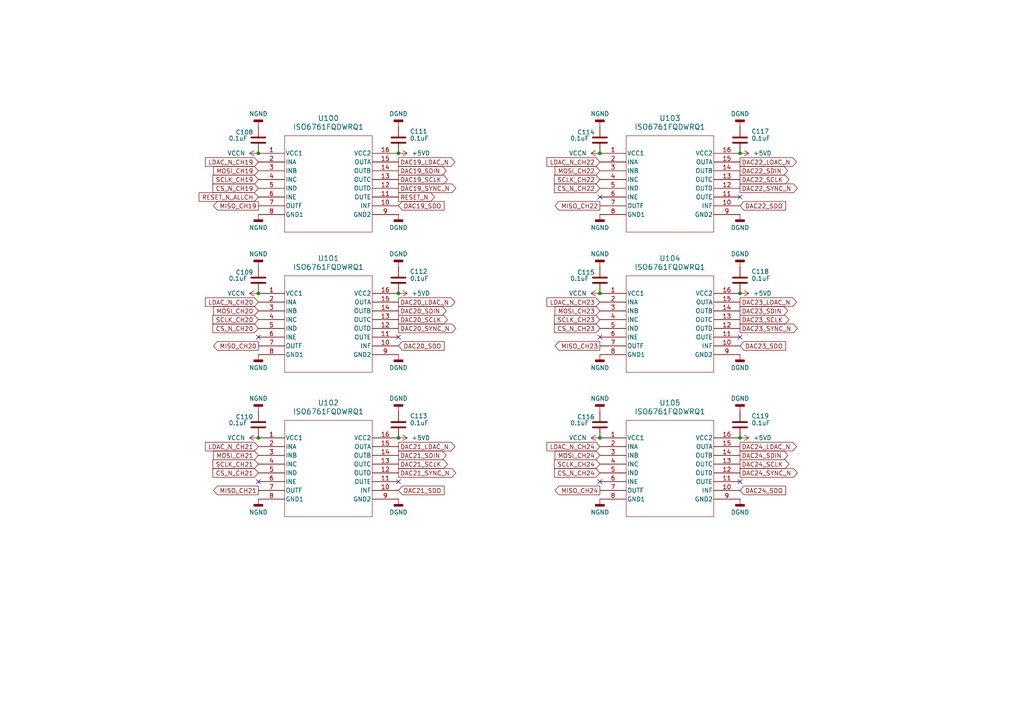
<source format=kicad_sch>
(kicad_sch (version 20250114) (generator "eeschema") (generator_version "9.0")
  (paper "A4")
  (lib_symbols
    (symbol "Device:C" (pin_numbers (hide yes)) (pin_names (offset 0.254))
      (property "Reference" "C" (at 0.635 2.54 0))
      (property "Value" "C" (at 0.635 -2.54 0))
      (symbol "C_0_1"
        (polyline (pts (xy -2.032 0.762) (xy 2.032 0.762)) (stroke (width 0.508)))
        (polyline (pts (xy -2.032 -0.762) (xy 2.032 -0.762)) (stroke (width 0.508)))
      )
      (symbol "C_1_1"
        (pin passive line (at 0 3.81 270) (length 2.794) (name "~") (number "1"))
        (pin passive line (at 0 -3.81 90) (length 2.794) (name "~") (number "2"))
      )
    )
    (symbol "ISO6761FQDWRQ1_2" (pin_names (offset 0.254))
      (property "Reference" "U83" (at 20.32 10.16 0))
      (property "Value" "ISO6761FQDWRQ1" (at 20.32 7.62 0))
      (symbol "ISO6761FQDWRQ1_2_0_1"
        (polyline (pts (xy 7.62 5.08) (xy 7.62 -22.86)) (stroke (width 0.127)))
        (polyline (pts (xy 7.62 -22.86) (xy 33.02 -22.86)) (stroke (width 0.127)))
        (polyline (pts (xy 33.02 5.08) (xy 7.62 5.08)) (stroke (width 0.127)))
        (polyline (pts (xy 33.02 -22.86) (xy 33.02 5.08)) (stroke (width 0.127)))
        (pin power_in line (at 0 0 0) (length 7.62) (name "VCC1") (number "1"))
        (pin input line (at 0 -2.54 0) (length 7.62) (name "INA") (number "2"))
        (pin input line (at 0 -5.08 0) (length 7.62) (name "INB") (number "3"))
        (pin input line (at 0 -7.62 0) (length 7.62) (name "INC") (number "4"))
        (pin input line (at 0 -10.16 0) (length 7.62) (name "IND") (number "5"))
        (pin output line (at 0 -15.24 0) (length 7.62) (name "OUTF") (number "7"))
        (pin passive line (at 0 -17.78 0) (length 7.62) (name "GND1") (number "8"))
        (pin power_in line (at 40.64 0 180) (length 7.62) (name "VCC2") (number "16"))
        (pin output line (at 40.64 -2.54 180) (length 7.62) (name "OUTA") (number "15"))
        (pin output line (at 40.64 -5.08 180) (length 7.62) (name "OUTB") (number "14"))
        (pin output line (at 40.64 -7.62 180) (length 7.62) (name "OUTC") (number "13"))
        (pin output line (at 40.64 -10.16 180) (length 7.62) (name "OUTD") (number "12"))
        (pin input line (at 40.64 -15.24 180) (length 7.62) (name "INF") (number "10"))
        (pin passive line (at 40.64 -17.78 180) (length 7.62) (name "GND2") (number "9"))
      )
      (symbol "ISO6761FQDWRQ1_2_1_1"
        (pin input line (at 0 -12.7 0) (length 7.62) (name "INE") (number "6"))
        (pin output line (at 40.64 -12.7 180) (length 7.62) (name "OUTE") (number "11"))
      )
    )
    (symbol "power:+3V3" (power) (pin_numbers (hide yes)) (pin_names (offset 0) (hide yes))
      (property "Value" "+3V3" (at 0 3.556 0))
      (symbol "+3V3_0_1"
        (polyline (pts (xy -0.762 1.27) (xy 0 2.54)))
        (polyline (pts (xy 0 2.54) (xy 0.762 1.27)))
        (polyline (pts (xy 0 0) (xy 0 2.54)))
      )
      (symbol "+3V3_1_1"
        (pin power_in line (at 0 0 90) (length 0) (name "~") (number "1"))
      )
    )
    (symbol "power:GNDD" (power) (pin_numbers (hide yes)) (pin_names (offset 0) (hide yes))
      (property "Value" "GNDD" (at 0 -3.175 0))
      (symbol "GNDD_0_1"
        (rectangle (start -1.27 -1.524) (end 1.27 -2.032) (stroke (width 0.254)) (fill (type outline)))
        (polyline (pts (xy 0 0) (xy 0 -1.524)))
      )
      (symbol "GNDD_1_1"
        (pin power_in line (at 0 0 270) (length 0) (name "~") (number "1"))
      )
    )
  )
  (junction (at 115.57 85.09))
  (junction (at 74.93 127))
  (junction (at 74.93 44.45))
  (junction (at 115.57 127))
  (junction (at 173.99 127))
  (junction (at 214.63 127))
  (junction (at 74.93 85.09))
  (junction (at 214.63 85.09))
  (junction (at 214.63 44.45))
  (junction (at 115.57 44.45))
  (junction (at 173.99 85.09))
  (junction (at 173.99 44.45))
  (no_connect (at 214.63 97.79))
  (no_connect (at 115.57 139.7))
  (no_connect (at 214.63 57.15))
  (no_connect (at 173.99 139.7))
  (no_connect (at 173.99 97.79))
  (no_connect (at 214.63 139.7))
  (no_connect (at 173.99 57.15))
  (no_connect (at 115.57 97.79))
  (no_connect (at 74.93 139.7))
  (no_connect (at 74.93 97.79))
  (global_label "DAC19_SDIN" (shape output) (at 115.57 49.53 0) (property "Intersheetrefs" "${INTERSHEET_REFS}" (effects (hide yes))))
  (global_label "MISO_CH19" (shape output) (at 74.93 59.69 180) (property "Intersheetrefs" "${INTERSHEET_REFS}" (effects (hide yes))))
  (global_label "DAC24_SDIN" (shape output) (at 214.63 132.08 0) (property "Intersheetrefs" "${INTERSHEET_REFS}" (effects (hide yes))))
  (global_label "DAC22_SCLK" (shape output) (at 214.63 52.07 0) (property "Intersheetrefs" "${INTERSHEET_REFS}" (effects (hide yes))))
  (global_label "CS_N_CH22" (shape input) (at 173.99 54.61 180) (property "Intersheetrefs" "${INTERSHEET_REFS}" (effects (hide yes))))
  (global_label "DAC20_SYNC_N" (shape output) (at 115.57 95.25 0) (property "Intersheetrefs" "${INTERSHEET_REFS}" (effects (hide yes))))
  (global_label "DAC24_SDO" (shape input) (at 214.63 142.24 0) (property "Intersheetrefs" "${INTERSHEET_REFS}" (effects (hide yes))))
  (global_label "MOSI_CH24" (shape input) (at 173.99 132.08 180) (property "Intersheetrefs" "${INTERSHEET_REFS}" (effects (hide yes))))
  (global_label "DAC22_LDAC_N" (shape output) (at 214.63 46.99 0) (property "Intersheetrefs" "${INTERSHEET_REFS}" (effects (hide yes))))
  (global_label "MOSI_CH23" (shape input) (at 173.99 90.17 180) (property "Intersheetrefs" "${INTERSHEET_REFS}" (effects (hide yes))))
  (global_label "DAC22_SYNC_N" (shape output) (at 214.63 54.61 0) (property "Intersheetrefs" "${INTERSHEET_REFS}" (effects (hide yes))))
  (global_label "CS_N_CH21" (shape input) (at 74.93 137.16 180) (property "Intersheetrefs" "${INTERSHEET_REFS}" (effects (hide yes))))
  (global_label "LDAC_N_CH22" (shape input) (at 173.99 46.99 180) (property "Intersheetrefs" "${INTERSHEET_REFS}" (effects (hide yes))))
  (global_label "LDAC_N_CH23" (shape input) (at 173.99 87.63 180) (property "Intersheetrefs" "${INTERSHEET_REFS}" (effects (hide yes))))
  (global_label "DAC19_SCLK" (shape output) (at 115.57 52.07 0) (property "Intersheetrefs" "${INTERSHEET_REFS}" (effects (hide yes))))
  (global_label "MOSI_CH20" (shape input) (at 74.93 90.17 180) (property "Intersheetrefs" "${INTERSHEET_REFS}" (effects (hide yes))))
  (global_label "DAC19_SDO" (shape input) (at 115.57 59.69 0) (property "Intersheetrefs" "${INTERSHEET_REFS}" (effects (hide yes))))
  (global_label "DAC21_SDO" (shape input) (at 115.57 142.24 0) (property "Intersheetrefs" "${INTERSHEET_REFS}" (effects (hide yes))))
  (global_label "DAC21_SCLK" (shape output) (at 115.57 134.62 0) (property "Intersheetrefs" "${INTERSHEET_REFS}" (effects (hide yes))))
  (global_label "DAC23_SCLK" (shape output) (at 214.63 92.71 0) (property "Intersheetrefs" "${INTERSHEET_REFS}" (effects (hide yes))))
  (global_label "CS_N_CH24" (shape input) (at 173.99 137.16 180) (property "Intersheetrefs" "${INTERSHEET_REFS}" (effects (hide yes))))
  (global_label "RESET_N" (shape output) (at 115.57 57.15 0) (property "Intersheetrefs" "${INTERSHEET_REFS}" (effects (hide yes))))
  (global_label "RESET_N_ALLCH" (shape input) (at 74.93 57.15 180) (property "Intersheetrefs" "${INTERSHEET_REFS}" (effects (hide yes))))
  (global_label "DAC20_SDIN" (shape output) (at 115.57 90.17 0) (property "Intersheetrefs" "${INTERSHEET_REFS}" (effects (hide yes))))
  (global_label "DAC24_SYNC_N" (shape output) (at 214.63 137.16 0) (property "Intersheetrefs" "${INTERSHEET_REFS}" (effects (hide yes))))
  (global_label "MOSI_CH22" (shape input) (at 173.99 49.53 180) (property "Intersheetrefs" "${INTERSHEET_REFS}" (effects (hide yes))))
  (global_label "DAC23_SDO" (shape input) (at 214.63 100.33 0) (property "Intersheetrefs" "${INTERSHEET_REFS}" (effects (hide yes))))
  (global_label "MISO_CH23" (shape output) (at 173.99 100.33 180) (property "Intersheetrefs" "${INTERSHEET_REFS}" (effects (hide yes))))
  (global_label "MISO_CH21" (shape output) (at 74.93 142.24 180) (property "Intersheetrefs" "${INTERSHEET_REFS}" (effects (hide yes))))
  (global_label "SCLK_CH20" (shape input) (at 74.93 92.71 180) (property "Intersheetrefs" "${INTERSHEET_REFS}" (effects (hide yes))))
  (global_label "DAC22_SDO" (shape input) (at 214.63 59.69 0) (property "Intersheetrefs" "${INTERSHEET_REFS}" (effects (hide yes))))
  (global_label "DAC20_SCLK" (shape output) (at 115.57 92.71 0) (property "Intersheetrefs" "${INTERSHEET_REFS}" (effects (hide yes))))
  (global_label "DAC23_SYNC_N" (shape output) (at 214.63 95.25 0) (property "Intersheetrefs" "${INTERSHEET_REFS}" (effects (hide yes))))
  (global_label "DAC22_SDIN" (shape output) (at 214.63 49.53 0) (property "Intersheetrefs" "${INTERSHEET_REFS}" (effects (hide yes))))
  (global_label "MISO_CH20" (shape output) (at 74.93 100.33 180) (property "Intersheetrefs" "${INTERSHEET_REFS}" (effects (hide yes))))
  (global_label "DAC21_SDIN" (shape output) (at 115.57 132.08 0) (property "Intersheetrefs" "${INTERSHEET_REFS}" (effects (hide yes))))
  (global_label "MISO_CH24" (shape output) (at 173.99 142.24 180) (property "Intersheetrefs" "${INTERSHEET_REFS}" (effects (hide yes))))
  (global_label "LDAC_N_CH19" (shape input) (at 74.93 46.99 180) (property "Intersheetrefs" "${INTERSHEET_REFS}" (effects (hide yes))))
  (global_label "SCLK_CH19" (shape input) (at 74.93 52.07 180) (property "Intersheetrefs" "${INTERSHEET_REFS}" (effects (hide yes))))
  (global_label "DAC19_LDAC_N" (shape output) (at 115.57 46.99 0) (property "Intersheetrefs" "${INTERSHEET_REFS}" (effects (hide yes))))
  (global_label "CS_N_CH19" (shape input) (at 74.93 54.61 180) (property "Intersheetrefs" "${INTERSHEET_REFS}" (effects (hide yes))))
  (global_label "LDAC_N_CH20" (shape input) (at 74.93 87.63 180) (property "Intersheetrefs" "${INTERSHEET_REFS}" (effects (hide yes))))
  (global_label "MOSI_CH19" (shape input) (at 74.93 49.53 180) (property "Intersheetrefs" "${INTERSHEET_REFS}" (effects (hide yes))))
  (global_label "CS_N_CH23" (shape input) (at 173.99 95.25 180) (property "Intersheetrefs" "${INTERSHEET_REFS}" (effects (hide yes))))
  (global_label "DAC21_LDAC_N" (shape output) (at 115.57 129.54 0) (property "Intersheetrefs" "${INTERSHEET_REFS}" (effects (hide yes))))
  (global_label "DAC20_SDO" (shape input) (at 115.57 100.33 0) (property "Intersheetrefs" "${INTERSHEET_REFS}" (effects (hide yes))))
  (global_label "CS_N_CH20" (shape input) (at 74.93 95.25 180) (property "Intersheetrefs" "${INTERSHEET_REFS}" (effects (hide yes))))
  (global_label "DAC20_LDAC_N" (shape output) (at 115.57 87.63 0) (property "Intersheetrefs" "${INTERSHEET_REFS}" (effects (hide yes))))
  (global_label "MOSI_CH21" (shape input) (at 74.93 132.08 180) (property "Intersheetrefs" "${INTERSHEET_REFS}" (effects (hide yes))))
  (global_label "SCLK_CH24" (shape input) (at 173.99 134.62 180) (property "Intersheetrefs" "${INTERSHEET_REFS}" (effects (hide yes))))
  (global_label "LDAC_N_CH24" (shape input) (at 173.99 129.54 180) (property "Intersheetrefs" "${INTERSHEET_REFS}" (effects (hide yes))))
  (global_label "SCLK_CH23" (shape input) (at 173.99 92.71 180) (property "Intersheetrefs" "${INTERSHEET_REFS}" (effects (hide yes))))
  (global_label "MISO_CH22" (shape output) (at 173.99 59.69 180) (property "Intersheetrefs" "${INTERSHEET_REFS}" (effects (hide yes))))
  (global_label "DAC23_LDAC_N" (shape output) (at 214.63 87.63 0) (property "Intersheetrefs" "${INTERSHEET_REFS}" (effects (hide yes))))
  (global_label "DAC24_LDAC_N" (shape output) (at 214.63 129.54 0) (property "Intersheetrefs" "${INTERSHEET_REFS}" (effects (hide yes))))
  (global_label "DAC21_SYNC_N" (shape output) (at 115.57 137.16 0) (property "Intersheetrefs" "${INTERSHEET_REFS}" (effects (hide yes))))
  (global_label "DAC24_SCLK" (shape output) (at 214.63 134.62 0) (property "Intersheetrefs" "${INTERSHEET_REFS}" (effects (hide yes))))
  (global_label "DAC19_SYNC_N" (shape output) (at 115.57 54.61 0) (property "Intersheetrefs" "${INTERSHEET_REFS}" (effects (hide yes))))
  (global_label "SCLK_CH21" (shape input) (at 74.93 134.62 180) (property "Intersheetrefs" "${INTERSHEET_REFS}" (effects (hide yes))))
  (global_label "SCLK_CH22" (shape input) (at 173.99 52.07 180) (property "Intersheetrefs" "${INTERSHEET_REFS}" (effects (hide yes))))
  (global_label "DAC23_SDIN" (shape output) (at 214.63 90.17 0) (property "Intersheetrefs" "${INTERSHEET_REFS}" (effects (hide yes))))
  (global_label "LDAC_N_CH21" (shape input) (at 74.93 129.54 180) (property "Intersheetrefs" "${INTERSHEET_REFS}" (effects (hide yes))))
  (symbol (lib_id "Device:C") (at 74.93 123.19 0) (unit 1)
    (property "Reference" "C110" (at 68.326 120.904 0) (effects (justify left)))
    (property "Value" "0.1uF" (at 66.294 122.682 0) (effects (justify left)))
    (property "Footprint" "Capacitor_SMD:C_0402_1005Metric_Pad0.74x0.62mm_HandSolder" (effects (hide yes)))
    (property "Description" "Unpolarized capacitor" (effects (hide yes)))
  )
  (symbol (lib_id "power:GNDD") (at 74.93 102.87 0) (unit 1)
    (property "Reference" "#PWR0411" (effects (hide yes)))
    (property "Value" "NGND" (at 74.93 106.68 0))
    (property "Description" "Power symbol creates a global label with name \"GNDD\" , digital ground" (effects (hide yes)))
  )
  (symbol (lib_id "Device:C") (at 115.57 123.19 0) (unit 1)
    (property "Reference" "C113" (at 118.872 120.65 0) (effects (justify left)))
    (property "Value" "0.1uF" (at 118.872 122.682 0) (effects (justify left)))
    (property "Footprint" "Capacitor_SMD:C_0402_1005Metric_Pad0.74x0.62mm_HandSolder" (effects (hide yes)))
    (property "Description" "Unpolarized capacitor" (effects (hide yes)))
  )
  (symbol (lib_id "power:GNDD") (at 173.99 62.23 0) (unit 1)
    (property "Reference" "#PWR0426" (effects (hide yes)))
    (property "Value" "NGND" (at 173.99 66.04 0))
    (property "Description" "Power symbol creates a global label with name \"GNDD\" , digital ground" (effects (hide yes)))
  )
  (symbol (lib_id "power:+3V3") (at 115.57 85.09 270) (unit 1)
    (property "Reference" "#PWR0419" (effects (hide yes)))
    (property "Value" "+5VD" (at 119.38 85.0901 90) (effects (justify left)))
    (property "Description" "Power symbol creates a global label with name \"+3V3\"" (effects (hide yes)))
  )
  (symbol (lib_id "Device:C") (at 115.57 81.28 0) (unit 1)
    (property "Reference" "C112" (at 118.872 78.74 0) (effects (justify left)))
    (property "Value" "0.1uF" (at 118.872 80.772 0) (effects (justify left)))
    (property "Footprint" "Capacitor_SMD:C_0402_1005Metric_Pad0.74x0.62mm_HandSolder" (effects (hide yes)))
    (property "Description" "Unpolarized capacitor" (effects (hide yes)))
  )
  (symbol (lib_name "ISO6761FQDWRQ1_2") (lib_id "2025-11-20_00-47-15:ISO6761FQDWRQ1") (at 74.93 44.45 0) (unit 1)
    (property "Reference" "U100" (at 95.25 34.29 0) (effects (font (size 1.524 1.524))))
    (property "Value" "ISO6761FQDWRQ1" (at 95.25 36.83 0) (effects (font (size 1.524 1.524))))
    (property "Footprint" "Package_SO:SOIC-16W_7.5x10.3mm_P1.27mm" (effects (hide yes)))
    (property "Datasheet" "https://www.ti.com/lit/gpn/iso6761-q1" (effects (hide yes)))
  )
  (symbol (lib_id "power:GNDD") (at 214.63 119.38 0) (mirror x) (unit 1)
    (property "Reference" "#PWR0439" (effects (hide yes)))
    (property "Value" "DGND" (at 214.63 115.57 0))
    (property "Description" "Power symbol creates a global label with name \"GNDD\" , digital ground" (effects (hide yes)))
  )
  (symbol (lib_id "Device:C") (at 115.57 40.64 0) (unit 1)
    (property "Reference" "C111" (at 118.872 38.1 0) (effects (justify left)))
    (property "Value" "0.1uF" (at 118.872 40.132 0) (effects (justify left)))
    (property "Footprint" "Capacitor_SMD:C_0402_1005Metric_Pad0.74x0.62mm_HandSolder" (effects (hide yes)))
    (property "Description" "Unpolarized capacitor" (effects (hide yes)))
  )
  (symbol (lib_name "ISO6761FQDWRQ1_2") (lib_id "2025-11-20_00-47-15:ISO6761FQDWRQ1") (at 173.99 44.45 0) (unit 1)
    (property "Reference" "U103" (at 194.31 34.29 0) (effects (font (size 1.524 1.524))))
    (property "Value" "ISO6761FQDWRQ1" (at 194.31 36.83 0) (effects (font (size 1.524 1.524))))
    (property "Footprint" "Package_SO:SOIC-16W_7.5x10.3mm_P1.27mm" (effects (hide yes)))
    (property "Datasheet" "https://www.ti.com/lit/gpn/iso6761-q1" (effects (hide yes)))
  )
  (symbol (lib_id "Device:C") (at 74.93 40.64 0) (unit 1)
    (property "Reference" "C108" (at 68.326 38.354 0) (effects (justify left)))
    (property "Value" "0.1uF" (at 66.294 40.132 0) (effects (justify left)))
    (property "Footprint" "Capacitor_SMD:C_0402_1005Metric_Pad0.74x0.62mm_HandSolder" (effects (hide yes)))
    (property "Description" "Unpolarized capacitor" (effects (hide yes)))
  )
  (symbol (lib_id "power:GNDD") (at 173.99 102.87 0) (unit 1)
    (property "Reference" "#PWR0429" (effects (hide yes)))
    (property "Value" "NGND" (at 173.99 106.68 0))
    (property "Description" "Power symbol creates a global label with name \"GNDD\" , digital ground" (effects (hide yes)))
  )
  (symbol (lib_id "Device:C") (at 214.63 123.19 0) (unit 1)
    (property "Reference" "C119" (at 217.932 120.65 0) (effects (justify left)))
    (property "Value" "0.1uF" (at 217.932 122.682 0) (effects (justify left)))
    (property "Footprint" "Capacitor_SMD:C_0402_1005Metric_Pad0.74x0.62mm_HandSolder" (effects (hide yes)))
    (property "Description" "Unpolarized capacitor" (effects (hide yes)))
  )
  (symbol (lib_name "ISO6761FQDWRQ1_2") (lib_id "2025-11-20_00-47-15:ISO6761FQDWRQ1") (at 173.99 127 0) (unit 1)
    (property "Reference" "U105" (at 194.31 116.84 0) (effects (font (size 1.524 1.524))))
    (property "Value" "ISO6761FQDWRQ1" (at 194.31 119.38 0) (effects (font (size 1.524 1.524))))
    (property "Footprint" "Package_SO:SOIC-16W_7.5x10.3mm_P1.27mm" (effects (hide yes)))
    (property "Datasheet" "https://www.ti.com/lit/gpn/iso6761-q1" (effects (hide yes)))
  )
  (symbol (lib_id "power:GNDD") (at 74.93 144.78 0) (unit 1)
    (property "Reference" "#PWR0414" (effects (hide yes)))
    (property "Value" "NGND" (at 74.93 148.59 0))
    (property "Description" "Power symbol creates a global label with name \"GNDD\" , digital ground" (effects (hide yes)))
  )
  (symbol (lib_id "power:GNDD") (at 115.57 144.78 0) (unit 1)
    (property "Reference" "#PWR0423" (effects (hide yes)))
    (property "Value" "DGND" (at 115.57 148.59 0))
    (property "Description" "Power symbol creates a global label with name \"GNDD\" , digital ground" (effects (hide yes)))
  )
  (symbol (lib_id "power:GNDD") (at 74.93 119.38 0) (mirror x) (unit 1)
    (property "Reference" "#PWR0412" (effects (hide yes)))
    (property "Value" "NGND" (at 74.93 115.57 0))
    (property "Description" "Power symbol creates a global label with name \"GNDD\" , digital ground" (effects (hide yes)))
  )
  (symbol (lib_id "power:+3V3") (at 173.99 127 90) (unit 1)
    (property "Reference" "#PWR0431" (effects (hide yes)))
    (property "Value" "VCCN" (at 170.18 126.9999 90) (effects (justify left)))
    (property "Description" "Power symbol creates a global label with name \"+3V3\"" (effects (hide yes)))
  )
  (symbol (lib_id "power:GNDD") (at 74.93 62.23 0) (unit 1)
    (property "Reference" "#PWR0408" (effects (hide yes)))
    (property "Value" "NGND" (at 74.93 66.04 0))
    (property "Description" "Power symbol creates a global label with name \"GNDD\" , digital ground" (effects (hide yes)))
  )
  (symbol (lib_id "power:GNDD") (at 115.57 77.47 0) (mirror x) (unit 1)
    (property "Reference" "#PWR0418" (effects (hide yes)))
    (property "Value" "DGND" (at 115.57 73.66 0))
    (property "Description" "Power symbol creates a global label with name \"GNDD\" , digital ground" (effects (hide yes)))
  )
  (symbol (lib_id "power:+3V3") (at 115.57 127 270) (unit 1)
    (property "Reference" "#PWR0422" (effects (hide yes)))
    (property "Value" "+5VD" (at 119.38 127.0001 90) (effects (justify left)))
    (property "Description" "Power symbol creates a global label with name \"+3V3\"" (effects (hide yes)))
  )
  (symbol (lib_id "power:GNDD") (at 214.63 77.47 0) (mirror x) (unit 1)
    (property "Reference" "#PWR0436" (effects (hide yes)))
    (property "Value" "DGND" (at 214.63 73.66 0))
    (property "Description" "Power symbol creates a global label with name \"GNDD\" , digital ground" (effects (hide yes)))
  )
  (symbol (lib_id "power:GNDD") (at 214.63 36.83 0) (mirror x) (unit 1)
    (property "Reference" "#PWR0433" (effects (hide yes)))
    (property "Value" "DGND" (at 214.63 33.02 0))
    (property "Description" "Power symbol creates a global label with name \"GNDD\" , digital ground" (effects (hide yes)))
  )
  (symbol (lib_id "power:GNDD") (at 173.99 144.78 0) (unit 1)
    (property "Reference" "#PWR0432" (effects (hide yes)))
    (property "Value" "NGND" (at 173.99 148.59 0))
    (property "Description" "Power symbol creates a global label with name \"GNDD\" , digital ground" (effects (hide yes)))
  )
  (symbol (lib_id "power:GNDD") (at 115.57 36.83 0) (mirror x) (unit 1)
    (property "Reference" "#PWR0415" (effects (hide yes)))
    (property "Value" "DGND" (at 115.57 33.02 0))
    (property "Description" "Power symbol creates a global label with name \"GNDD\" , digital ground" (effects (hide yes)))
  )
  (symbol (lib_id "power:+3V3") (at 74.93 44.45 90) (unit 1)
    (property "Reference" "#PWR0407" (effects (hide yes)))
    (property "Value" "VCCN" (at 71.12 44.4499 90) (effects (justify left)))
    (property "Description" "Power symbol creates a global label with name \"+3V3\"" (effects (hide yes)))
  )
  (symbol (lib_id "power:GNDD") (at 173.99 36.83 0) (mirror x) (unit 1)
    (property "Reference" "#PWR0424" (effects (hide yes)))
    (property "Value" "NGND" (at 173.99 33.02 0))
    (property "Description" "Power symbol creates a global label with name \"GNDD\" , digital ground" (effects (hide yes)))
  )
  (symbol (lib_id "power:GNDD") (at 115.57 62.23 0) (unit 1)
    (property "Reference" "#PWR0417" (effects (hide yes)))
    (property "Value" "DGND" (at 115.57 66.04 0))
    (property "Description" "Power symbol creates a global label with name \"GNDD\" , digital ground" (effects (hide yes)))
  )
  (symbol (lib_id "Device:C") (at 214.63 40.64 0) (unit 1)
    (property "Reference" "C117" (at 217.932 38.1 0) (effects (justify left)))
    (property "Value" "0.1uF" (at 217.932 40.132 0) (effects (justify left)))
    (property "Footprint" "Capacitor_SMD:C_0402_1005Metric_Pad0.74x0.62mm_HandSolder" (effects (hide yes)))
    (property "Description" "Unpolarized capacitor" (effects (hide yes)))
  )
  (symbol (lib_id "power:GNDD") (at 173.99 119.38 0) (mirror x) (unit 1)
    (property "Reference" "#PWR0430" (effects (hide yes)))
    (property "Value" "NGND" (at 173.99 115.57 0))
    (property "Description" "Power symbol creates a global label with name \"GNDD\" , digital ground" (effects (hide yes)))
  )
  (symbol (lib_id "power:+3V3") (at 214.63 44.45 270) (unit 1)
    (property "Reference" "#PWR0434" (effects (hide yes)))
    (property "Value" "+5VD" (at 218.44 44.4501 90) (effects (justify left)))
    (property "Description" "Power symbol creates a global label with name \"+3V3\"" (effects (hide yes)))
  )
  (symbol (lib_id "Device:C") (at 214.63 81.28 0) (unit 1)
    (property "Reference" "C118" (at 217.932 78.74 0) (effects (justify left)))
    (property "Value" "0.1uF" (at 217.932 80.772 0) (effects (justify left)))
    (property "Footprint" "Capacitor_SMD:C_0402_1005Metric_Pad0.74x0.62mm_HandSolder" (effects (hide yes)))
    (property "Description" "Unpolarized capacitor" (effects (hide yes)))
  )
  (symbol (lib_id "power:+3V3") (at 173.99 44.45 90) (unit 1)
    (property "Reference" "#PWR0425" (effects (hide yes)))
    (property "Value" "VCCN" (at 170.18 44.4499 90) (effects (justify left)))
    (property "Description" "Power symbol creates a global label with name \"+3V3\"" (effects (hide yes)))
  )
  (symbol (lib_id "power:+3V3") (at 214.63 85.09 270) (unit 1)
    (property "Reference" "#PWR0437" (effects (hide yes)))
    (property "Value" "+5VD" (at 218.44 85.0901 90) (effects (justify left)))
    (property "Description" "Power symbol creates a global label with name \"+3V3\"" (effects (hide yes)))
  )
  (symbol (lib_id "power:GNDD") (at 115.57 102.87 0) (unit 1)
    (property "Reference" "#PWR0420" (effects (hide yes)))
    (property "Value" "DGND" (at 115.57 106.68 0))
    (property "Description" "Power symbol creates a global label with name \"GNDD\" , digital ground" (effects (hide yes)))
  )
  (symbol (lib_id "Device:C") (at 74.93 81.28 0) (unit 1)
    (property "Reference" "C109" (at 68.326 78.994 0) (effects (justify left)))
    (property "Value" "0.1uF" (at 66.294 80.772 0) (effects (justify left)))
    (property "Footprint" "Capacitor_SMD:C_0402_1005Metric_Pad0.74x0.62mm_HandSolder" (effects (hide yes)))
    (property "Description" "Unpolarized capacitor" (effects (hide yes)))
  )
  (symbol (lib_id "Device:C") (at 173.99 123.19 0) (unit 1)
    (property "Reference" "C116" (at 167.386 120.904 0) (effects (justify left)))
    (property "Value" "0.1uF" (at 165.354 122.682 0) (effects (justify left)))
    (property "Footprint" "Capacitor_SMD:C_0402_1005Metric_Pad0.74x0.62mm_HandSolder" (effects (hide yes)))
    (property "Description" "Unpolarized capacitor" (effects (hide yes)))
  )
  (symbol (lib_id "Device:C") (at 173.99 81.28 0) (unit 1)
    (property "Reference" "C115" (at 167.386 78.994 0) (effects (justify left)))
    (property "Value" "0.1uF" (at 165.354 80.772 0) (effects (justify left)))
    (property "Footprint" "Capacitor_SMD:C_0402_1005Metric_Pad0.74x0.62mm_HandSolder" (effects (hide yes)))
    (property "Description" "Unpolarized capacitor" (effects (hide yes)))
  )
  (symbol (lib_id "power:+3V3") (at 74.93 85.09 90) (unit 1)
    (property "Reference" "#PWR0410" (effects (hide yes)))
    (property "Value" "VCCN" (at 71.12 85.0899 90) (effects (justify left)))
    (property "Description" "Power symbol creates a global label with name \"+3V3\"" (effects (hide yes)))
  )
  (symbol (lib_id "power:GNDD") (at 173.99 77.47 0) (mirror x) (unit 1)
    (property "Reference" "#PWR0427" (effects (hide yes)))
    (property "Value" "NGND" (at 173.99 73.66 0))
    (property "Description" "Power symbol creates a global label with name \"GNDD\" , digital ground" (effects (hide yes)))
  )
  (symbol (lib_id "power:GNDD") (at 214.63 102.87 0) (unit 1)
    (property "Reference" "#PWR0438" (effects (hide yes)))
    (property "Value" "DGND" (at 214.63 106.68 0))
    (property "Description" "Power symbol creates a global label with name \"GNDD\" , digital ground" (effects (hide yes)))
  )
  (symbol (lib_id "Device:C") (at 173.99 40.64 0) (unit 1)
    (property "Reference" "C114" (at 167.386 38.354 0) (effects (justify left)))
    (property "Value" "0.1uF" (at 165.354 40.132 0) (effects (justify left)))
    (property "Footprint" "Capacitor_SMD:C_0402_1005Metric_Pad0.74x0.62mm_HandSolder" (effects (hide yes)))
    (property "Description" "Unpolarized capacitor" (effects (hide yes)))
  )
  (symbol (lib_name "ISO6761FQDWRQ1_2") (lib_id "2025-11-20_00-47-15:ISO6761FQDWRQ1") (at 74.93 85.09 0) (unit 1)
    (property "Reference" "U101" (at 95.25 74.93 0) (effects (font (size 1.524 1.524))))
    (property "Value" "ISO6761FQDWRQ1" (at 95.25 77.47 0) (effects (font (size 1.524 1.524))))
    (property "Footprint" "Package_SO:SOIC-16W_7.5x10.3mm_P1.27mm" (effects (hide yes)))
    (property "Datasheet" "https://www.ti.com/lit/gpn/iso6761-q1" (effects (hide yes)))
  )
  (symbol (lib_id "power:GNDD") (at 214.63 144.78 0) (unit 1)
    (property "Reference" "#PWR0441" (effects (hide yes)))
    (property "Value" "DGND" (at 214.63 148.59 0))
    (property "Description" "Power symbol creates a global label with name \"GNDD\" , digital ground" (effects (hide yes)))
  )
  (symbol (lib_name "ISO6761FQDWRQ1_2") (lib_id "2025-11-20_00-47-15:ISO6761FQDWRQ1") (at 173.99 85.09 0) (unit 1)
    (property "Reference" "U104" (at 194.31 74.93 0) (effects (font (size 1.524 1.524))))
    (property "Value" "ISO6761FQDWRQ1" (at 194.31 77.47 0) (effects (font (size 1.524 1.524))))
    (property "Footprint" "Package_SO:SOIC-16W_7.5x10.3mm_P1.27mm" (effects (hide yes)))
    (property "Datasheet" "https://www.ti.com/lit/gpn/iso6761-q1" (effects (hide yes)))
  )
  (symbol (lib_id "power:+3V3") (at 173.99 85.09 90) (unit 1)
    (property "Reference" "#PWR0428" (effects (hide yes)))
    (property "Value" "VCCN" (at 170.18 85.0899 90) (effects (justify left)))
    (property "Description" "Power symbol creates a global label with name \"+3V3\"" (effects (hide yes)))
  )
  (symbol (lib_id "power:+3V3") (at 74.93 127 90) (unit 1)
    (property "Reference" "#PWR0413" (effects (hide yes)))
    (property "Value" "VCCN" (at 71.12 126.9999 90) (effects (justify left)))
    (property "Description" "Power symbol creates a global label with name \"+3V3\"" (effects (hide yes)))
  )
  (symbol (lib_name "ISO6761FQDWRQ1_2") (lib_id "2025-11-20_00-47-15:ISO6761FQDWRQ1") (at 74.93 127 0) (unit 1)
    (property "Reference" "U102" (at 95.25 116.84 0) (effects (font (size 1.524 1.524))))
    (property "Value" "ISO6761FQDWRQ1" (at 95.25 119.38 0) (effects (font (size 1.524 1.524))))
    (property "Footprint" "Package_SO:SOIC-16W_7.5x10.3mm_P1.27mm" (effects (hide yes)))
    (property "Datasheet" "https://www.ti.com/lit/gpn/iso6761-q1" (effects (hide yes)))
  )
  (symbol (lib_id "power:GNDD") (at 214.63 62.23 0) (unit 1)
    (property "Reference" "#PWR0435" (effects (hide yes)))
    (property "Value" "DGND" (at 214.63 66.04 0))
    (property "Description" "Power symbol creates a global label with name \"GNDD\" , digital ground" (effects (hide yes)))
  )
  (symbol (lib_id "power:GNDD") (at 74.93 36.83 0) (mirror x) (unit 1)
    (property "Reference" "#PWR0406" (effects (hide yes)))
    (property "Value" "NGND" (at 74.93 33.02 0))
    (property "Description" "Power symbol creates a global label with name \"GNDD\" , digital ground" (effects (hide yes)))
  )
  (symbol (lib_id "power:GNDD") (at 115.57 119.38 0) (mirror x) (unit 1)
    (property "Reference" "#PWR0421" (effects (hide yes)))
    (property "Value" "DGND" (at 115.57 115.57 0))
    (property "Description" "Power symbol creates a global label with name \"GNDD\" , digital ground" (effects (hide yes)))
  )
  (symbol (lib_id "power:+3V3") (at 214.63 127 270) (unit 1)
    (property "Reference" "#PWR0440" (effects (hide yes)))
    (property "Value" "+5VD" (at 218.44 127.0001 90) (effects (justify left)))
    (property "Description" "Power symbol creates a global label with name \"+3V3\"" (effects (hide yes)))
  )
  (symbol (lib_id "power:GNDD") (at 74.93 77.47 0) (mirror x) (unit 1)
    (property "Reference" "#PWR0409" (effects (hide yes)))
    (property "Value" "NGND" (at 74.93 73.66 0))
    (property "Description" "Power symbol creates a global label with name \"GNDD\" , digital ground" (effects (hide yes)))
  )
  (symbol (lib_id "power:+3V3") (at 115.57 44.45 270) (unit 1)
    (property "Reference" "#PWR0416" (effects (hide yes)))
    (property "Value" "+5VD" (at 119.38 44.4501 90) (effects (justify left)))
    (property "Description" "Power symbol creates a global label with name \"+3V3\"" (effects (hide yes)))
  )
)
</source>
